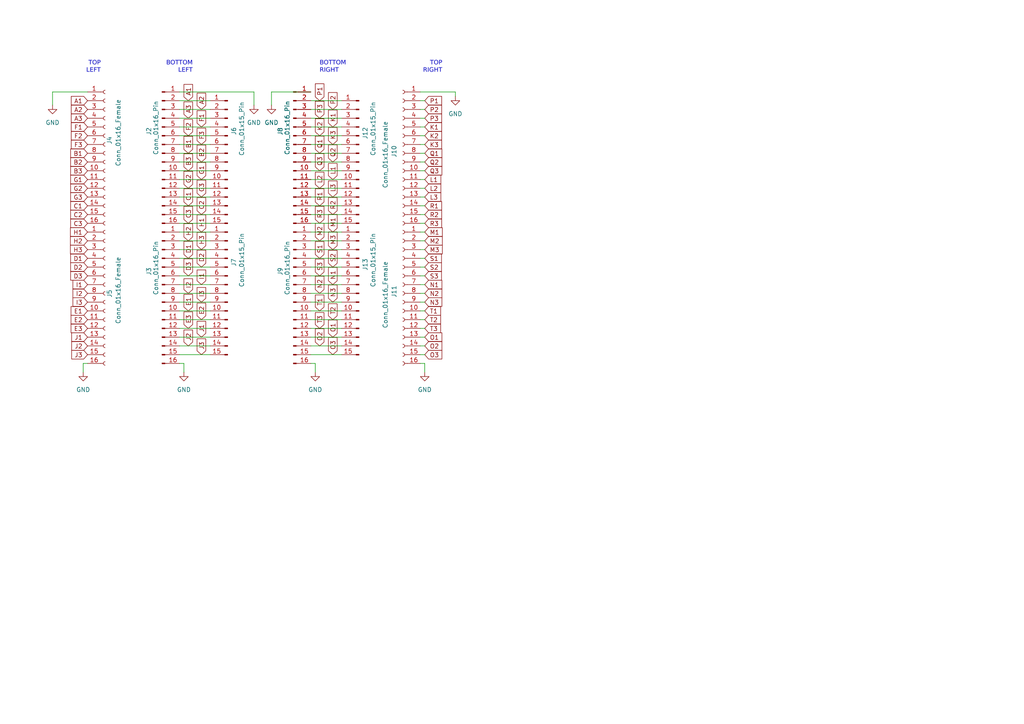
<source format=kicad_sch>
(kicad_sch (version 20231120) (generator "eeschema") (generator_version "8.0")
  (paper "A4")
  (lib_symbols
    (symbol "Connector:Conn_01x15_Pin" (pin_names (offset 1.016) hide)
      (property "Reference" "J" (at 0 20.32 0))
      (property "Value" "Conn_01x15_Pin" (at 0 -20.32 0))
      (symbol "Conn_01x15_Pin_1_1"
        (polyline (pts (xy 1.27 -17.78) (xy 0.8636 -17.78)) (stroke (width 0.1524)))
        (polyline (pts (xy 1.27 -15.24) (xy 0.8636 -15.24)) (stroke (width 0.1524)))
        (polyline (pts (xy 1.27 -12.7) (xy 0.8636 -12.7)) (stroke (width 0.1524)))
        (polyline (pts (xy 1.27 -10.16) (xy 0.8636 -10.16)) (stroke (width 0.1524)))
        (polyline (pts (xy 1.27 -7.62) (xy 0.8636 -7.62)) (stroke (width 0.1524)))
        (polyline (pts (xy 1.27 -5.08) (xy 0.8636 -5.08)) (stroke (width 0.1524)))
        (polyline (pts (xy 1.27 -2.54) (xy 0.8636 -2.54)) (stroke (width 0.1524)))
        (polyline (pts (xy 1.27 0) (xy 0.8636 0)) (stroke (width 0.1524)))
        (polyline (pts (xy 1.27 2.54) (xy 0.8636 2.54)) (stroke (width 0.1524)))
        (polyline (pts (xy 1.27 5.08) (xy 0.8636 5.08)) (stroke (width 0.1524)))
        (polyline (pts (xy 1.27 7.62) (xy 0.8636 7.62)) (stroke (width 0.1524)))
        (polyline (pts (xy 1.27 10.16) (xy 0.8636 10.16)) (stroke (width 0.1524)))
        (polyline (pts (xy 1.27 12.7) (xy 0.8636 12.7)) (stroke (width 0.1524)))
        (polyline (pts (xy 1.27 15.24) (xy 0.8636 15.24)) (stroke (width 0.1524)))
        (polyline (pts (xy 1.27 17.78) (xy 0.8636 17.78)) (stroke (width 0.1524)))
        (rectangle (start 0.8636 -17.653) (end 0 -17.907) (stroke (width 0.1524)) (fill (type outline)))
        (rectangle (start 0.8636 -15.113) (end 0 -15.367) (stroke (width 0.1524)) (fill (type outline)))
        (rectangle (start 0.8636 -12.573) (end 0 -12.827) (stroke (width 0.1524)) (fill (type outline)))
        (rectangle (start 0.8636 -10.033) (end 0 -10.287) (stroke (width 0.1524)) (fill (type outline)))
        (rectangle (start 0.8636 -7.493) (end 0 -7.747) (stroke (width 0.1524)) (fill (type outline)))
        (rectangle (start 0.8636 -4.953) (end 0 -5.207) (stroke (width 0.1524)) (fill (type outline)))
        (rectangle (start 0.8636 -2.413) (end 0 -2.667) (stroke (width 0.1524)) (fill (type outline)))
        (rectangle (start 0.8636 0.127) (end 0 -0.127) (stroke (width 0.1524)) (fill (type outline)))
        (rectangle (start 0.8636 2.667) (end 0 2.413) (stroke (width 0.1524)) (fill (type outline)))
        (rectangle (start 0.8636 5.207) (end 0 4.953) (stroke (width 0.1524)) (fill (type outline)))
        (rectangle (start 0.8636 7.747) (end 0 7.493) (stroke (width 0.1524)) (fill (type outline)))
        (rectangle (start 0.8636 10.287) (end 0 10.033) (stroke (width 0.1524)) (fill (type outline)))
        (rectangle (start 0.8636 12.827) (end 0 12.573) (stroke (width 0.1524)) (fill (type outline)))
        (rectangle (start 0.8636 15.367) (end 0 15.113) (stroke (width 0.1524)) (fill (type outline)))
        (rectangle (start 0.8636 17.907) (end 0 17.653) (stroke (width 0.1524)) (fill (type outline)))
        (pin passive line (at 5.08 17.78 180) (length 3.81) (name "Pin_1") (number "1"))
        (pin passive line (at 5.08 -5.08 180) (length 3.81) (name "Pin_10") (number "10"))
        (pin passive line (at 5.08 -7.62 180) (length 3.81) (name "Pin_11") (number "11"))
        (pin passive line (at 5.08 -10.16 180) (length 3.81) (name "Pin_12") (number "12"))
        (pin passive line (at 5.08 -12.7 180) (length 3.81) (name "Pin_13") (number "13"))
        (pin passive line (at 5.08 -15.24 180) (length 3.81) (name "Pin_14") (number "14"))
        (pin passive line (at 5.08 -17.78 180) (length 3.81) (name "Pin_15") (number "15"))
        (pin passive line (at 5.08 15.24 180) (length 3.81) (name "Pin_2") (number "2"))
        (pin passive line (at 5.08 12.7 180) (length 3.81) (name "Pin_3") (number "3"))
        (pin passive line (at 5.08 10.16 180) (length 3.81) (name "Pin_4") (number "4"))
        (pin passive line (at 5.08 7.62 180) (length 3.81) (name "Pin_5") (number "5"))
        (pin passive line (at 5.08 5.08 180) (length 3.81) (name "Pin_6") (number "6"))
        (pin passive line (at 5.08 2.54 180) (length 3.81) (name "Pin_7") (number "7"))
        (pin passive line (at 5.08 0 180) (length 3.81) (name "Pin_8") (number "8"))
        (pin passive line (at 5.08 -2.54 180) (length 3.81) (name "Pin_9") (number "9"))
      )
    )
    (symbol "Connector:Conn_01x16_Female" (pin_names (offset 1.016) hide)
      (property "Reference" "J" (at 0 20.32 0))
      (property "Value" "Conn_01x16_Female" (at 0 -22.86 0))
      (symbol "Conn_01x16_Female_1_1"
        (arc (start 0 -19.812) (mid -0.5058 -20.32) (end 0 -20.828) (stroke (width 0.1524)))
        (arc (start 0 -17.272) (mid -0.5058 -17.78) (end 0 -18.288) (stroke (width 0.1524)))
        (arc (start 0 -14.732) (mid -0.5058 -15.24) (end 0 -15.748) (stroke (width 0.1524)))
        (arc (start 0 -12.192) (mid -0.5058 -12.7) (end 0 -13.208) (stroke (width 0.1524)))
        (arc (start 0 -9.652) (mid -0.5058 -10.16) (end 0 -10.668) (stroke (width 0.1524)))
        (arc (start 0 -7.112) (mid -0.5058 -7.62) (end 0 -8.128) (stroke (width 0.1524)))
        (arc (start 0 -4.572) (mid -0.5058 -5.08) (end 0 -5.588) (stroke (width 0.1524)))
        (arc (start 0 -2.032) (mid -0.5058 -2.54) (end 0 -3.048) (stroke (width 0.1524)))
        (polyline (pts (xy -1.27 -20.32) (xy -0.508 -20.32)) (stroke (width 0.1524)))
        (polyline (pts (xy -1.27 -17.78) (xy -0.508 -17.78)) (stroke (width 0.1524)))
        (polyline (pts (xy -1.27 -15.24) (xy -0.508 -15.24)) (stroke (width 0.1524)))
        (polyline (pts (xy -1.27 -12.7) (xy -0.508 -12.7)) (stroke (width 0.1524)))
        (polyline (pts (xy -1.27 -10.16) (xy -0.508 -10.16)) (stroke (width 0.1524)))
        (polyline (pts (xy -1.27 -7.62) (xy -0.508 -7.62)) (stroke (width 0.1524)))
        (polyline (pts (xy -1.27 -5.08) (xy -0.508 -5.08)) (stroke (width 0.1524)))
        (polyline (pts (xy -1.27 -2.54) (xy -0.508 -2.54)) (stroke (width 0.1524)))
        (polyline (pts (xy -1.27 0) (xy -0.508 0)) (stroke (width 0.1524)))
        (polyline (pts (xy -1.27 2.54) (xy -0.508 2.54)) (stroke (width 0.1524)))
        (polyline (pts (xy -1.27 5.08) (xy -0.508 5.08)) (stroke (width 0.1524)))
        (polyline (pts (xy -1.27 7.62) (xy -0.508 7.62)) (stroke (width 0.1524)))
        (polyline (pts (xy -1.27 10.16) (xy -0.508 10.16)) (stroke (width 0.1524)))
        (polyline (pts (xy -1.27 12.7) (xy -0.508 12.7)) (stroke (width 0.1524)))
        (polyline (pts (xy -1.27 15.24) (xy -0.508 15.24)) (stroke (width 0.1524)))
        (polyline (pts (xy -1.27 17.78) (xy -0.508 17.78)) (stroke (width 0.1524)))
        (arc (start 0 0.508) (mid -0.5058 0) (end 0 -0.508) (stroke (width 0.1524)))
        (arc (start 0 3.048) (mid -0.5058 2.54) (end 0 2.032) (stroke (width 0.1524)))
        (arc (start 0 5.588) (mid -0.5058 5.08) (end 0 4.572) (stroke (width 0.1524)))
        (arc (start 0 8.128) (mid -0.5058 7.62) (end 0 7.112) (stroke (width 0.1524)))
        (arc (start 0 10.668) (mid -0.5058 10.16) (end 0 9.652) (stroke (width 0.1524)))
        (arc (start 0 13.208) (mid -0.5058 12.7) (end 0 12.192) (stroke (width 0.1524)))
        (arc (start 0 15.748) (mid -0.5058 15.24) (end 0 14.732) (stroke (width 0.1524)))
        (arc (start 0 18.288) (mid -0.5058 17.78) (end 0 17.272) (stroke (width 0.1524)))
        (pin passive line (at -5.08 17.78 0) (length 3.81) (name "Pin_1") (number "1"))
        (pin passive line (at -5.08 -5.08 0) (length 3.81) (name "Pin_10") (number "10"))
        (pin passive line (at -5.08 -7.62 0) (length 3.81) (name "Pin_11") (number "11"))
        (pin passive line (at -5.08 -10.16 0) (length 3.81) (name "Pin_12") (number "12"))
        (pin passive line (at -5.08 -12.7 0) (length 3.81) (name "Pin_13") (number "13"))
        (pin passive line (at -5.08 -15.24 0) (length 3.81) (name "Pin_14") (number "14"))
        (pin passive line (at -5.08 -17.78 0) (length 3.81) (name "Pin_15") (number "15"))
        (pin passive line (at -5.08 -20.32 0) (length 3.81) (name "Pin_16") (number "16"))
        (pin passive line (at -5.08 15.24 0) (length 3.81) (name "Pin_2") (number "2"))
        (pin passive line (at -5.08 12.7 0) (length 3.81) (name "Pin_3") (number "3"))
        (pin passive line (at -5.08 10.16 0) (length 3.81) (name "Pin_4") (number "4"))
        (pin passive line (at -5.08 7.62 0) (length 3.81) (name "Pin_5") (number "5"))
        (pin passive line (at -5.08 5.08 0) (length 3.81) (name "Pin_6") (number "6"))
        (pin passive line (at -5.08 2.54 0) (length 3.81) (name "Pin_7") (number "7"))
        (pin passive line (at -5.08 0 0) (length 3.81) (name "Pin_8") (number "8"))
        (pin passive line (at -5.08 -2.54 0) (length 3.81) (name "Pin_9") (number "9"))
      )
    )
    (symbol "Connector:Conn_01x16_Pin" (pin_names (offset 1.016) hide)
      (property "Reference" "J" (at 0 20.32 0))
      (property "Value" "Conn_01x16_Pin" (at 0 -22.86 0))
      (symbol "Conn_01x16_Pin_1_1"
        (polyline (pts (xy 1.27 -20.32) (xy 0.8636 -20.32)) (stroke (width 0.1524)))
        (polyline (pts (xy 1.27 -17.78) (xy 0.8636 -17.78)) (stroke (width 0.1524)))
        (polyline (pts (xy 1.27 -15.24) (xy 0.8636 -15.24)) (stroke (width 0.1524)))
        (polyline (pts (xy 1.27 -12.7) (xy 0.8636 -12.7)) (stroke (width 0.1524)))
        (polyline (pts (xy 1.27 -10.16) (xy 0.8636 -10.16)) (stroke (width 0.1524)))
        (polyline (pts (xy 1.27 -7.62) (xy 0.8636 -7.62)) (stroke (width 0.1524)))
        (polyline (pts (xy 1.27 -5.08) (xy 0.8636 -5.08)) (stroke (width 0.1524)))
        (polyline (pts (xy 1.27 -2.54) (xy 0.8636 -2.54)) (stroke (width 0.1524)))
        (polyline (pts (xy 1.27 0) (xy 0.8636 0)) (stroke (width 0.1524)))
        (polyline (pts (xy 1.27 2.54) (xy 0.8636 2.54)) (stroke (width 0.1524)))
        (polyline (pts (xy 1.27 5.08) (xy 0.8636 5.08)) (stroke (width 0.1524)))
        (polyline (pts (xy 1.27 7.62) (xy 0.8636 7.62)) (stroke (width 0.1524)))
        (polyline (pts (xy 1.27 10.16) (xy 0.8636 10.16)) (stroke (width 0.1524)))
        (polyline (pts (xy 1.27 12.7) (xy 0.8636 12.7)) (stroke (width 0.1524)))
        (polyline (pts (xy 1.27 15.24) (xy 0.8636 15.24)) (stroke (width 0.1524)))
        (polyline (pts (xy 1.27 17.78) (xy 0.8636 17.78)) (stroke (width 0.1524)))
        (rectangle (start 0.8636 -20.193) (end 0 -20.447) (stroke (width 0.1524)) (fill (type outline)))
        (rectangle (start 0.8636 -17.653) (end 0 -17.907) (stroke (width 0.1524)) (fill (type outline)))
        (rectangle (start 0.8636 -15.113) (end 0 -15.367) (stroke (width 0.1524)) (fill (type outline)))
        (rectangle (start 0.8636 -12.573) (end 0 -12.827) (stroke (width 0.1524)) (fill (type outline)))
        (rectangle (start 0.8636 -10.033) (end 0 -10.287) (stroke (width 0.1524)) (fill (type outline)))
        (rectangle (start 0.8636 -7.493) (end 0 -7.747) (stroke (width 0.1524)) (fill (type outline)))
        (rectangle (start 0.8636 -4.953) (end 0 -5.207) (stroke (width 0.1524)) (fill (type outline)))
        (rectangle (start 0.8636 -2.413) (end 0 -2.667) (stroke (width 0.1524)) (fill (type outline)))
        (rectangle (start 0.8636 0.127) (end 0 -0.127) (stroke (width 0.1524)) (fill (type outline)))
        (rectangle (start 0.8636 2.667) (end 0 2.413) (stroke (width 0.1524)) (fill (type outline)))
        (rectangle (start 0.8636 5.207) (end 0 4.953) (stroke (width 0.1524)) (fill (type outline)))
        (rectangle (start 0.8636 7.747) (end 0 7.493) (stroke (width 0.1524)) (fill (type outline)))
        (rectangle (start 0.8636 10.287) (end 0 10.033) (stroke (width 0.1524)) (fill (type outline)))
        (rectangle (start 0.8636 12.827) (end 0 12.573) (stroke (width 0.1524)) (fill (type outline)))
        (rectangle (start 0.8636 15.367) (end 0 15.113) (stroke (width 0.1524)) (fill (type outline)))
        (rectangle (start 0.8636 17.907) (end 0 17.653) (stroke (width 0.1524)) (fill (type outline)))
        (pin passive line (at 5.08 17.78 180) (length 3.81) (name "Pin_1") (number "1"))
        (pin passive line (at 5.08 -5.08 180) (length 3.81) (name "Pin_10") (number "10"))
        (pin passive line (at 5.08 -7.62 180) (length 3.81) (name "Pin_11") (number "11"))
        (pin passive line (at 5.08 -10.16 180) (length 3.81) (name "Pin_12") (number "12"))
        (pin passive line (at 5.08 -12.7 180) (length 3.81) (name "Pin_13") (number "13"))
        (pin passive line (at 5.08 -15.24 180) (length 3.81) (name "Pin_14") (number "14"))
        (pin passive line (at 5.08 -17.78 180) (length 3.81) (name "Pin_15") (number "15"))
        (pin passive line (at 5.08 -20.32 180) (length 3.81) (name "Pin_16") (number "16"))
        (pin passive line (at 5.08 15.24 180) (length 3.81) (name "Pin_2") (number "2"))
        (pin passive line (at 5.08 12.7 180) (length 3.81) (name "Pin_3") (number "3"))
        (pin passive line (at 5.08 10.16 180) (length 3.81) (name "Pin_4") (number "4"))
        (pin passive line (at 5.08 7.62 180) (length 3.81) (name "Pin_5") (number "5"))
        (pin passive line (at 5.08 5.08 180) (length 3.81) (name "Pin_6") (number "6"))
        (pin passive line (at 5.08 2.54 180) (length 3.81) (name "Pin_7") (number "7"))
        (pin passive line (at 5.08 0 180) (length 3.81) (name "Pin_8") (number "8"))
        (pin passive line (at 5.08 -2.54 180) (length 3.81) (name "Pin_9") (number "9"))
      )
    )
    (symbol "power:GND" (power) (pin_names (offset 0))
      (property "Value" "GND" (at 0 -3.81 0))
      (symbol "GND_0_1"
        (polyline (pts (xy 0 0) (xy 0 -1.27) (xy 1.27 -1.27) (xy 0 -2.54) (xy -1.27 -1.27) (xy 0 -1.27)))
      )
      (symbol "GND_1_1"
        (pin power_in line (at 0 0 270) (length 0) hide (name "GND") (number "1"))
      )
    )
  )
  (wire (pts (xy 132.08 26.67) (xy 132.08 27.94)))
  (wire (pts (xy 90.17 72.39) (xy 99.06 72.39)))
  (wire (pts (xy 90.17 49.53) (xy 99.06 49.53)))
  (wire (pts (xy 90.17 92.71) (xy 99.06 92.71)))
  (wire (pts (xy 90.17 59.69) (xy 99.06 59.69)))
  (wire (pts (xy 123.19 72.39) (xy 121.92 72.39)))
  (wire (pts (xy 25.4 26.67) (xy 15.24 26.67)))
  (wire (pts (xy 52.07 64.77) (xy 60.96 64.77)))
  (wire (pts (xy 52.07 54.61) (xy 60.96 54.61)))
  (wire (pts (xy 52.07 87.63) (xy 60.96 87.63)))
  (wire (pts (xy 90.17 64.77) (xy 99.06 64.77)))
  (wire (pts (xy 90.17 31.75) (xy 99.06 31.75)))
  (wire (pts (xy 52.07 92.71) (xy 60.96 92.71)))
  (wire (pts (xy 90.17 87.63) (xy 99.06 87.63)))
  (wire (pts (xy 123.19 92.71) (xy 121.92 92.71)))
  (wire (pts (xy 90.17 52.07) (xy 99.06 52.07)))
  (wire (pts (xy 52.07 34.29) (xy 60.96 34.29)))
  (wire (pts (xy 73.66 26.67) (xy 73.66 30.48)))
  (wire (pts (xy 90.17 41.91) (xy 99.06 41.91)))
  (wire (pts (xy 52.07 59.69) (xy 60.96 59.69)))
  (wire (pts (xy 78.74 26.67) (xy 90.17 26.67)))
  (wire (pts (xy 91.44 105.41) (xy 91.44 107.95)))
  (wire (pts (xy 52.07 85.09) (xy 60.96 85.09)))
  (wire (pts (xy 123.19 36.83) (xy 121.92 36.83)))
  (wire (pts (xy 123.19 67.31) (xy 121.92 67.31)))
  (wire (pts (xy 90.17 44.45) (xy 99.06 44.45)))
  (wire (pts (xy 24.13 105.41) (xy 24.13 107.95)))
  (wire (pts (xy 90.17 34.29) (xy 99.06 34.29)))
  (wire (pts (xy 123.19 31.75) (xy 121.92 31.75)))
  (wire (pts (xy 52.07 52.07) (xy 60.96 52.07)))
  (wire (pts (xy 90.17 67.31) (xy 99.06 67.31)))
  (wire (pts (xy 52.07 74.93) (xy 60.96 74.93)))
  (wire (pts (xy 90.17 62.23) (xy 99.06 62.23)))
  (wire (pts (xy 123.19 95.25) (xy 121.92 95.25)))
  (wire (pts (xy 90.17 80.01) (xy 99.06 80.01)))
  (wire (pts (xy 123.19 44.45) (xy 121.92 44.45)))
  (wire (pts (xy 90.17 82.55) (xy 99.06 82.55)))
  (wire (pts (xy 90.17 57.15) (xy 99.06 57.15)))
  (wire (pts (xy 90.17 85.09) (xy 99.06 85.09)))
  (wire (pts (xy 123.19 46.99) (xy 121.92 46.99)))
  (wire (pts (xy 90.17 74.93) (xy 99.06 74.93)))
  (wire (pts (xy 123.19 34.29) (xy 121.92 34.29)))
  (wire (pts (xy 121.92 26.67) (xy 132.08 26.67)))
  (wire (pts (xy 123.19 97.79) (xy 121.92 97.79)))
  (wire (pts (xy 90.17 36.83) (xy 99.06 36.83)))
  (wire (pts (xy 52.07 82.55) (xy 60.96 82.55)))
  (wire (pts (xy 123.19 29.21) (xy 121.92 29.21)))
  (wire (pts (xy 123.19 41.91) (xy 121.92 41.91)))
  (wire (pts (xy 52.07 72.39) (xy 60.96 72.39)))
  (wire (pts (xy 123.19 74.93) (xy 121.92 74.93)))
  (wire (pts (xy 123.19 105.41) (xy 123.19 107.95)))
  (wire (pts (xy 123.19 52.07) (xy 121.92 52.07)))
  (wire (pts (xy 15.24 26.67) (xy 15.24 30.48)))
  (wire (pts (xy 52.07 80.01) (xy 60.96 80.01)))
  (wire (pts (xy 90.17 39.37) (xy 99.06 39.37)))
  (wire (pts (xy 52.07 57.15) (xy 60.96 57.15)))
  (wire (pts (xy 90.17 105.41) (xy 91.44 105.41)))
  (wire (pts (xy 90.17 29.21) (xy 99.06 29.21)))
  (wire (pts (xy 123.19 62.23) (xy 121.92 62.23)))
  (wire (pts (xy 123.19 57.15) (xy 121.92 57.15)))
  (wire (pts (xy 90.17 90.17) (xy 99.06 90.17)))
  (wire (pts (xy 52.07 39.37) (xy 60.96 39.37)))
  (wire (pts (xy 123.19 64.77) (xy 121.92 64.77)))
  (wire (pts (xy 52.07 69.85) (xy 60.96 69.85)))
  (wire (pts (xy 123.19 85.09) (xy 121.92 85.09)))
  (wire (pts (xy 123.19 82.55) (xy 121.92 82.55)))
  (wire (pts (xy 123.19 87.63) (xy 121.92 87.63)))
  (wire (pts (xy 52.07 90.17) (xy 60.96 90.17)))
  (wire (pts (xy 52.07 29.21) (xy 60.96 29.21)))
  (wire (pts (xy 123.19 80.01) (xy 121.92 80.01)))
  (wire (pts (xy 52.07 46.99) (xy 60.96 46.99)))
  (wire (pts (xy 123.19 69.85) (xy 121.92 69.85)))
  (wire (pts (xy 52.07 97.79) (xy 60.96 97.79)))
  (wire (pts (xy 52.07 77.47) (xy 60.96 77.47)))
  (wire (pts (xy 90.17 95.25) (xy 99.06 95.25)))
  (wire (pts (xy 25.4 105.41) (xy 24.13 105.41)))
  (wire (pts (xy 52.07 44.45) (xy 60.96 44.45)))
  (wire (pts (xy 123.19 59.69) (xy 121.92 59.69)))
  (wire (pts (xy 52.07 100.33) (xy 60.96 100.33)))
  (wire (pts (xy 53.34 105.41) (xy 53.34 107.95)))
  (wire (pts (xy 90.17 100.33) (xy 99.06 100.33)))
  (wire (pts (xy 123.19 49.53) (xy 121.92 49.53)))
  (wire (pts (xy 90.17 102.87) (xy 99.06 102.87)))
  (wire (pts (xy 52.07 62.23) (xy 60.96 62.23)))
  (wire (pts (xy 123.19 77.47) (xy 121.92 77.47)))
  (wire (pts (xy 52.07 102.87) (xy 60.96 102.87)))
  (wire (pts (xy 90.17 77.47) (xy 99.06 77.47)))
  (wire (pts (xy 52.07 105.41) (xy 53.34 105.41)))
  (wire (pts (xy 123.19 100.33) (xy 121.92 100.33)))
  (wire (pts (xy 52.07 26.67) (xy 73.66 26.67)))
  (wire (pts (xy 90.17 69.85) (xy 99.06 69.85)))
  (wire (pts (xy 123.19 54.61) (xy 121.92 54.61)))
  (wire (pts (xy 52.07 49.53) (xy 60.96 49.53)))
  (wire (pts (xy 121.92 105.41) (xy 123.19 105.41)))
  (wire (pts (xy 90.17 97.79) (xy 99.06 97.79)))
  (wire (pts (xy 52.07 36.83) (xy 60.96 36.83)))
  (wire (pts (xy 52.07 41.91) (xy 60.96 41.91)))
  (wire (pts (xy 52.07 95.25) (xy 60.96 95.25)))
  (wire (pts (xy 123.19 90.17) (xy 121.92 90.17)))
  (wire (pts (xy 78.74 30.48) (xy 78.74 26.67)))
  (wire (pts (xy 90.17 54.61) (xy 99.06 54.61)))
  (wire (pts (xy 90.17 46.99) (xy 99.06 46.99)))
  (wire (pts (xy 52.07 67.31) (xy 60.96 67.31)))
  (wire (pts (xy 52.07 31.75) (xy 60.96 31.75)))
  (wire (pts (xy 123.19 102.87) (xy 121.92 102.87)))
  (wire (pts (xy 123.19 39.37) (xy 121.92 39.37)))
  (text "TOP\nRIGHT" (at 128.27 21.59 0) (effects (font (size 1.27 1.27)) (justify right bottom)))
  (text "BOTTOM\nLEFT" (at 55.88 21.59 0) (effects (font (size 1.27 1.27)) (justify right bottom)))
  (text "TOP\nLEFT" (at 29.21 21.59 0) (effects (font (size 1.27 1.27)) (justify right bottom)))
  (text "BOTTOM\nRIGHT" (at 92.71 21.59 0) (effects (font (size 1.27 1.27)) (justify left bottom)))
  (global_label "C1" (shape input) (at 25.4 59.69 180) (property "Intersheetrefs" "${INTERSHEET_REFS}" (effects (hide yes))))
  (global_label "M3" (shape input) (at 96.52 72.39 90) (property "Intersheetrefs" "${INTERSHEET_REFS}" (effects (hide yes))))
  (global_label "A2" (shape input) (at 25.4 31.75 180) (property "Intersheetrefs" "${INTERSHEET_REFS}" (effects (hide yes))))
  (global_label "B3" (shape input) (at 54.61 49.53 90) (property "Intersheetrefs" "${INTERSHEET_REFS}" (effects (hide yes))))
  (global_label "F3" (shape input) (at 58.42 41.91 90) (property "Intersheetrefs" "${INTERSHEET_REFS}" (effects (hide yes))))
  (global_label "B2" (shape input) (at 58.42 46.99 90) (property "Intersheetrefs" "${INTERSHEET_REFS}" (effects (hide yes))))
  (global_label "C1" (shape input) (at 54.61 59.69 90) (property "Intersheetrefs" "${INTERSHEET_REFS}" (effects (hide yes))))
  (global_label "E2" (shape input) (at 25.4 92.71 180) (property "Intersheetrefs" "${INTERSHEET_REFS}" (effects (hide yes))))
  (global_label "J3" (shape input) (at 25.4 102.87 180) (property "Intersheetrefs" "${INTERSHEET_REFS}" (effects (hide yes))))
  (global_label "S2" (shape input) (at 123.19 77.47 0) (property "Intersheetrefs" "${INTERSHEET_REFS}" (effects (hide yes))))
  (global_label "O3" (shape input) (at 123.19 102.87 0) (property "Intersheetrefs" "${INTERSHEET_REFS}" (effects (hide yes))))
  (global_label "M2" (shape input) (at 123.19 69.85 0) (property "Intersheetrefs" "${INTERSHEET_REFS}" (effects (hide yes))))
  (global_label "E3" (shape input) (at 54.61 95.25 90) (property "Intersheetrefs" "${INTERSHEET_REFS}" (effects (hide yes))))
  (global_label "E3" (shape input) (at 25.4 95.25 180) (property "Intersheetrefs" "${INTERSHEET_REFS}" (effects (hide yes))))
  (global_label "M3" (shape input) (at 123.19 72.39 0) (property "Intersheetrefs" "${INTERSHEET_REFS}" (effects (hide yes))))
  (global_label "E1" (shape input) (at 54.61 90.17 90) (property "Intersheetrefs" "${INTERSHEET_REFS}" (effects (hide yes))))
  (global_label "N1" (shape input) (at 123.19 82.55 0) (property "Intersheetrefs" "${INTERSHEET_REFS}" (effects (hide yes))))
  (global_label "B2" (shape input) (at 25.4 46.99 180) (property "Intersheetrefs" "${INTERSHEET_REFS}" (effects (hide yes))))
  (global_label "P3" (shape input) (at 123.19 34.29 0) (property "Intersheetrefs" "${INTERSHEET_REFS}" (effects (hide yes))))
  (global_label "T3" (shape input) (at 123.19 95.25 0) (property "Intersheetrefs" "${INTERSHEET_REFS}" (effects (hide yes))))
  (global_label "Q1" (shape input) (at 123.19 44.45 0) (property "Intersheetrefs" "${INTERSHEET_REFS}" (effects (hide yes))))
  (global_label "P3" (shape input) (at 92.71 34.29 90) (property "Intersheetrefs" "${INTERSHEET_REFS}" (effects (hide yes))))
  (global_label "E1" (shape input) (at 25.4 90.17 180) (property "Intersheetrefs" "${INTERSHEET_REFS}" (effects (hide yes))))
  (global_label "F1" (shape input) (at 25.4 36.83 180) (property "Intersheetrefs" "${INTERSHEET_REFS}" (effects (hide yes))))
  (global_label "H2" (shape input) (at 25.4 69.85 180) (property "Intersheetrefs" "${INTERSHEET_REFS}" (effects (hide yes))))
  (global_label "I2" (shape input) (at 54.61 85.09 90) (property "Intersheetrefs" "${INTERSHEET_REFS}" (effects (hide yes))))
  (global_label "B1" (shape input) (at 25.4 44.45 180) (property "Intersheetrefs" "${INTERSHEET_REFS}" (effects (hide yes))))
  (global_label "L3" (shape input) (at 123.19 57.15 0) (property "Intersheetrefs" "${INTERSHEET_REFS}" (effects (hide yes))))
  (global_label "O2" (shape input) (at 92.71 100.33 90) (property "Intersheetrefs" "${INTERSHEET_REFS}" (effects (hide yes))))
  (global_label "Q2" (shape input) (at 96.52 46.99 90) (property "Intersheetrefs" "${INTERSHEET_REFS}" (effects (hide yes))))
  (global_label "J1" (shape input) (at 25.4 97.79 180) (property "Intersheetrefs" "${INTERSHEET_REFS}" (effects (hide yes))))
  (global_label "P2" (shape input) (at 96.52 31.75 90) (property "Intersheetrefs" "${INTERSHEET_REFS}" (effects (hide yes))))
  (global_label "A1" (shape input) (at 54.61 29.21 90) (property "Intersheetrefs" "${INTERSHEET_REFS}" (effects (hide yes))))
  (global_label "K1" (shape input) (at 96.52 36.83 90) (property "Intersheetrefs" "${INTERSHEET_REFS}" (effects (hide yes))))
  (global_label "J2" (shape input) (at 25.4 100.33 180) (property "Intersheetrefs" "${INTERSHEET_REFS}" (effects (hide yes))))
  (global_label "I1" (shape input) (at 25.4 82.55 180) (property "Intersheetrefs" "${INTERSHEET_REFS}" (effects (hide yes))))
  (global_label "M2" (shape input) (at 92.71 69.85 90) (property "Intersheetrefs" "${INTERSHEET_REFS}" (effects (hide yes))))
  (global_label "F2" (shape input) (at 25.4 39.37 180) (property "Intersheetrefs" "${INTERSHEET_REFS}" (effects (hide yes))))
  (global_label "O3" (shape input) (at 96.52 102.87 90) (property "Intersheetrefs" "${INTERSHEET_REFS}" (effects (hide yes))))
  (global_label "K3" (shape input) (at 96.52 41.91 90) (property "Intersheetrefs" "${INTERSHEET_REFS}" (effects (hide yes))))
  (global_label "D2" (shape input) (at 58.42 77.47 90) (property "Intersheetrefs" "${INTERSHEET_REFS}" (effects (hide yes))))
  (global_label "S3" (shape input) (at 92.71 80.01 90) (property "Intersheetrefs" "${INTERSHEET_REFS}" (effects (hide yes))))
  (global_label "N3" (shape input) (at 123.19 87.63 0) (property "Intersheetrefs" "${INTERSHEET_REFS}" (effects (hide yes))))
  (global_label "G1" (shape input) (at 58.42 52.07 90) (property "Intersheetrefs" "${INTERSHEET_REFS}" (effects (hide yes))))
  (global_label "B1" (shape input) (at 54.61 44.45 90) (property "Intersheetrefs" "${INTERSHEET_REFS}" (effects (hide yes))))
  (global_label "O1" (shape input) (at 96.52 97.79 90) (property "Intersheetrefs" "${INTERSHEET_REFS}" (effects (hide yes))))
  (global_label "K2" (shape input) (at 123.19 39.37 0) (property "Intersheetrefs" "${INTERSHEET_REFS}" (effects (hide yes))))
  (global_label "R3" (shape input) (at 123.19 64.77 0) (property "Intersheetrefs" "${INTERSHEET_REFS}" (effects (hide yes))))
  (global_label "L1" (shape input) (at 96.52 52.07 90) (property "Intersheetrefs" "${INTERSHEET_REFS}" (effects (hide yes))))
  (global_label "G3" (shape input) (at 25.4 57.15 180) (property "Intersheetrefs" "${INTERSHEET_REFS}" (effects (hide yes))))
  (global_label "A3" (shape input) (at 25.4 34.29 180) (property "Intersheetrefs" "${INTERSHEET_REFS}" (effects (hide yes))))
  (global_label "H3" (shape input) (at 25.4 72.39 180) (property "Intersheetrefs" "${INTERSHEET_REFS}" (effects (hide yes))))
  (global_label "T1" (shape input) (at 92.71 90.17 90) (property "Intersheetrefs" "${INTERSHEET_REFS}" (effects (hide yes))))
  (global_label "O2" (shape input) (at 123.19 100.33 0) (property "Intersheetrefs" "${INTERSHEET_REFS}" (effects (hide yes))))
  (global_label "C2" (shape input) (at 58.42 62.23 90) (property "Intersheetrefs" "${INTERSHEET_REFS}" (effects (hide yes))))
  (global_label "G2" (shape input) (at 25.4 54.61 180) (property "Intersheetrefs" "${INTERSHEET_REFS}" (effects (hide yes))))
  (global_label "N2" (shape input) (at 123.19 85.09 0) (property "Intersheetrefs" "${INTERSHEET_REFS}" (effects (hide yes))))
  (global_label "E2" (shape input) (at 58.42 92.71 90) (property "Intersheetrefs" "${INTERSHEET_REFS}" (effects (hide yes))))
  (global_label "N2" (shape input) (at 92.71 85.09 90) (property "Intersheetrefs" "${INTERSHEET_REFS}" (effects (hide yes))))
  (global_label "G3" (shape input) (at 58.42 57.15 90) (property "Intersheetrefs" "${INTERSHEET_REFS}" (effects (hide yes))))
  (global_label "I3" (shape input) (at 58.42 87.63 90) (property "Intersheetrefs" "${INTERSHEET_REFS}" (effects (hide yes))))
  (global_label "C3" (shape input) (at 25.4 64.77 180) (property "Intersheetrefs" "${INTERSHEET_REFS}" (effects (hide yes))))
  (global_label "P1" (shape input) (at 123.19 29.21 0) (property "Intersheetrefs" "${INTERSHEET_REFS}" (effects (hide yes))))
  (global_label "H3" (shape input) (at 58.42 72.39 90) (property "Intersheetrefs" "${INTERSHEET_REFS}" (effects (hide yes))))
  (global_label "H2" (shape input) (at 54.61 69.85 90) (property "Intersheetrefs" "${INTERSHEET_REFS}" (effects (hide yes))))
  (global_label "Q2" (shape input) (at 123.19 46.99 0) (property "Intersheetrefs" "${INTERSHEET_REFS}" (effects (hide yes))))
  (global_label "O1" (shape input) (at 123.19 97.79 0) (property "Intersheetrefs" "${INTERSHEET_REFS}" (effects (hide yes))))
  (global_label "K2" (shape input) (at 92.71 39.37 90) (property "Intersheetrefs" "${INTERSHEET_REFS}" (effects (hide yes))))
  (global_label "C3" (shape input) (at 54.61 64.77 90) (property "Intersheetrefs" "${INTERSHEET_REFS}" (effects (hide yes))))
  (global_label "C2" (shape input) (at 25.4 62.23 180) (property "Intersheetrefs" "${INTERSHEET_REFS}" (effects (hide yes))))
  (global_label "K1" (shape input) (at 123.19 36.83 0) (property "Intersheetrefs" "${INTERSHEET_REFS}" (effects (hide yes))))
  (global_label "T1" (shape input) (at 123.19 90.17 0) (property "Intersheetrefs" "${INTERSHEET_REFS}" (effects (hide yes))))
  (global_label "D3" (shape input) (at 54.61 80.01 90) (property "Intersheetrefs" "${INTERSHEET_REFS}" (effects (hide yes))))
  (global_label "I3" (shape input) (at 25.4 87.63 180) (property "Intersheetrefs" "${INTERSHEET_REFS}" (effects (hide yes))))
  (global_label "N1" (shape input) (at 96.52 82.55 90) (property "Intersheetrefs" "${INTERSHEET_REFS}" (effects (hide yes))))
  (global_label "T2" (shape input) (at 123.19 92.71 0) (property "Intersheetrefs" "${INTERSHEET_REFS}" (effects (hide yes))))
  (global_label "A2" (shape input) (at 58.42 31.75 90) (property "Intersheetrefs" "${INTERSHEET_REFS}" (effects (hide yes))))
  (global_label "A1" (shape input) (at 25.4 29.21 180) (property "Intersheetrefs" "${INTERSHEET_REFS}" (effects (hide yes))))
  (global_label "S3" (shape input) (at 123.19 80.01 0) (property "Intersheetrefs" "${INTERSHEET_REFS}" (effects (hide yes))))
  (global_label "L3" (shape input) (at 96.52 57.15 90) (property "Intersheetrefs" "${INTERSHEET_REFS}" (effects (hide yes))))
  (global_label "Q1" (shape input) (at 92.71 44.45 90) (property "Intersheetrefs" "${INTERSHEET_REFS}" (effects (hide yes))))
  (global_label "T2" (shape input) (at 96.52 92.71 90) (property "Intersheetrefs" "${INTERSHEET_REFS}" (effects (hide yes))))
  (global_label "D2" (shape input) (at 25.4 77.47 180) (property "Intersheetrefs" "${INTERSHEET_REFS}" (effects (hide yes))))
  (global_label "F1" (shape input) (at 58.42 36.83 90) (property "Intersheetrefs" "${INTERSHEET_REFS}" (effects (hide yes))))
  (global_label "D1" (shape input) (at 54.61 74.93 90) (property "Intersheetrefs" "${INTERSHEET_REFS}" (effects (hide yes))))
  (global_label "S1" (shape input) (at 92.71 74.93 90) (property "Intersheetrefs" "${INTERSHEET_REFS}" (effects (hide yes))))
  (global_label "L2" (shape input) (at 92.71 54.61 90) (property "Intersheetrefs" "${INTERSHEET_REFS}" (effects (hide yes))))
  (global_label "D3" (shape input) (at 25.4 80.01 180) (property "Intersheetrefs" "${INTERSHEET_REFS}" (effects (hide yes))))
  (global_label "P1" (shape input) (at 92.71 29.21 90) (property "Intersheetrefs" "${INTERSHEET_REFS}" (effects (hide yes))))
  (global_label "A3" (shape input) (at 54.61 34.29 90) (property "Intersheetrefs" "${INTERSHEET_REFS}" (effects (hide yes))))
  (global_label "G1" (shape input) (at 25.4 52.07 180) (property "Intersheetrefs" "${INTERSHEET_REFS}" (effects (hide yes))))
  (global_label "L2" (shape input) (at 123.19 54.61 0) (property "Intersheetrefs" "${INTERSHEET_REFS}" (effects (hide yes))))
  (global_label "J2" (shape input) (at 54.61 100.33 90) (property "Intersheetrefs" "${INTERSHEET_REFS}" (effects (hide yes))))
  (global_label "H1" (shape input) (at 25.4 67.31 180) (property "Intersheetrefs" "${INTERSHEET_REFS}" (effects (hide yes))))
  (global_label "R3" (shape input) (at 92.71 64.77 90) (property "Intersheetrefs" "${INTERSHEET_REFS}" (effects (hide yes))))
  (global_label "T3" (shape input) (at 92.71 95.25 90) (property "Intersheetrefs" "${INTERSHEET_REFS}" (effects (hide yes))))
  (global_label "S2" (shape input) (at 96.52 77.47 90) (property "Intersheetrefs" "${INTERSHEET_REFS}" (effects (hide yes))))
  (global_label "Q3" (shape input) (at 92.71 49.53 90) (property "Intersheetrefs" "${INTERSHEET_REFS}" (effects (hide yes))))
  (global_label "R2" (shape input) (at 123.19 62.23 0) (property "Intersheetrefs" "${INTERSHEET_REFS}" (effects (hide yes))))
  (global_label "D1" (shape input) (at 25.4 74.93 180) (property "Intersheetrefs" "${INTERSHEET_REFS}" (effects (hide yes))))
  (global_label "G2" (shape input) (at 54.61 54.61 90) (property "Intersheetrefs" "${INTERSHEET_REFS}" (effects (hide yes))))
  (global_label "J3" (shape input) (at 58.42 102.87 90) (property "Intersheetrefs" "${INTERSHEET_REFS}" (effects (hide yes))))
  (global_label "N3" (shape input) (at 96.52 87.63 90) (property "Intersheetrefs" "${INTERSHEET_REFS}" (effects (hide yes))))
  (global_label "R2" (shape input) (at 96.52 62.23 90) (property "Intersheetrefs" "${INTERSHEET_REFS}" (effects (hide yes))))
  (global_label "K3" (shape input) (at 123.19 41.91 0) (property "Intersheetrefs" "${INTERSHEET_REFS}" (effects (hide yes))))
  (global_label "I2" (shape input) (at 25.4 85.09 180) (property "Intersheetrefs" "${INTERSHEET_REFS}" (effects (hide yes))))
  (global_label "H1" (shape input) (at 58.42 67.31 90) (property "Intersheetrefs" "${INTERSHEET_REFS}" (effects (hide yes))))
  (global_label "M1" (shape input) (at 123.19 67.31 0) (property "Intersheetrefs" "${INTERSHEET_REFS}" (effects (hide yes))))
  (global_label "L1" (shape input) (at 123.19 52.07 0) (property "Intersheetrefs" "${INTERSHEET_REFS}" (effects (hide yes))))
  (global_label "B3" (shape input) (at 25.4 49.53 180) (property "Intersheetrefs" "${INTERSHEET_REFS}" (effects (hide yes))))
  (global_label "Q3" (shape input) (at 123.19 49.53 0) (property "Intersheetrefs" "${INTERSHEET_REFS}" (effects (hide yes))))
  (global_label "F2" (shape input) (at 54.61 39.37 90) (property "Intersheetrefs" "${INTERSHEET_REFS}" (effects (hide yes))))
  (global_label "R1" (shape input) (at 123.19 59.69 0) (property "Intersheetrefs" "${INTERSHEET_REFS}" (effects (hide yes))))
  (global_label "F3" (shape input) (at 25.4 41.91 180) (property "Intersheetrefs" "${INTERSHEET_REFS}" (effects (hide yes))))
  (global_label "P2" (shape input) (at 123.19 31.75 0) (property "Intersheetrefs" "${INTERSHEET_REFS}" (effects (hide yes))))
  (global_label "R1" (shape input) (at 92.71 59.69 90) (property "Intersheetrefs" "${INTERSHEET_REFS}" (effects (hide yes))))
  (global_label "M1" (shape input) (at 96.52 67.31 90) (property "Intersheetrefs" "${INTERSHEET_REFS}" (effects (hide yes))))
  (global_label "S1" (shape input) (at 123.19 74.93 0) (property "Intersheetrefs" "${INTERSHEET_REFS}" (effects (hide yes))))
  (global_label "I1" (shape input) (at 58.42 82.55 90) (property "Intersheetrefs" "${INTERSHEET_REFS}" (effects (hide yes))))
  (global_label "J1" (shape input) (at 58.42 97.79 90) (property "Intersheetrefs" "${INTERSHEET_REFS}" (effects (hide yes))))
  (symbol (lib_id "Connector:Conn_01x16_Pin") (at 46.99 44.45 0) (unit 1)
    (property "Reference" "J2" (at 43.18 38.1 90))
    (property "Value" "Conn_01x16_Pin" (at 45.212 37.084 90))
    (property "Footprint" "Connector_PinSocket_2.54mm:PinSocket_1x16_P2.54mm_Vertical" (effects (hide yes)))
    (property "Description" "Generic connector, single row, 01x16, script generated" (effects (hide yes)))
  )
  (symbol (lib_id "Connector:Conn_01x16_Female") (at 116.84 44.45 0) (mirror y) (unit 1)
    (property "Reference" "J10" (at 114.3 45.72 90) (effects (justify left)))
    (property "Value" "Conn_01x16_Female" (at 111.76 54.61 90) (effects (justify left)))
    (property "Footprint" "Connector_PinHeader_2.54mm:PinHeader_1x16_P2.54mm_Vertical" (effects (hide yes)))
  )
  (symbol (lib_id "Connector:Conn_01x16_Pin") (at 85.09 85.09 0) (unit 1)
    (property "Reference" "J9" (at 81.28 78.74 90))
    (property "Value" "Conn_01x16_Pin" (at 83.312 77.724 90))
    (property "Footprint" "Connector_PinSocket_2.54mm:PinSocket_1x16_P2.54mm_Vertical" (effects (hide yes)))
    (property "Description" "Generic connector, single row, 01x16, script generated" (effects (hide yes)))
  )
  (symbol (lib_id "Connector:Conn_01x15_Pin") (at 66.04 85.09 0) (mirror y) (unit 1)
    (property "Reference" "J7" (at 67.818 74.93 90) (effects (justify right)))
    (property "Value" "Conn_01x15_Pin" (at 70.104 67.564 90) (effects (justify right)))
    (property "Footprint" "Connector_PinSocket_2.54mm:PinSocket_1x15_P2.54mm_Vertical" (effects (hide yes)))
    (property "Description" "Generic connector, single row, 01x15, script generated" (effects (hide yes)))
  )
  (symbol (lib_id "power:GND") (at 24.13 107.95 0) (unit 1)
    (property "Reference" "#PWR07" (effects (hide yes)))
    (property "Value" "GND" (at 24.13 113.03 0))
  )
  (symbol (lib_id "Connector:Conn_01x16_Pin") (at 85.09 44.45 0) (unit 1)
    (property "Reference" "J8" (at 81.28 38.1 90))
    (property "Value" "Conn_01x16_Pin" (at 83.312 37.084 90))
    (property "Footprint" "Connector_PinSocket_2.54mm:PinSocket_1x16_P2.54mm_Vertical" (effects (hide yes)))
    (property "Description" "Generic connector, single row, 01x16, script generated" (effects (hide yes)))
  )
  (symbol (lib_id "power:GND") (at 78.74 30.48 0) (unit 1)
    (property "Reference" "#PWR012" (effects (hide yes)))
    (property "Value" "GND" (at 78.74 35.56 0))
  )
  (symbol (lib_id "power:GND") (at 91.44 107.95 0) (unit 1)
    (property "Reference" "#PWR09" (effects (hide yes)))
    (property "Value" "GND" (at 91.44 113.03 0))
  )
  (symbol (lib_id "power:GND") (at 73.66 30.48 0) (unit 1)
    (property "Reference" "#PWR06" (effects (hide yes)))
    (property "Value" "GND" (at 73.66 35.56 0))
  )
  (symbol (lib_id "Connector:Conn_01x16_Female") (at 30.48 44.45 0) (unit 1)
    (property "Reference" "J4" (at 31.75 41.91 90) (effects (justify left)))
    (property "Value" "Conn_01x16_Female" (at 34.29 48.26 90) (effects (justify left)))
    (property "Footprint" "Connector_PinHeader_2.54mm:PinHeader_1x16_P2.54mm_Vertical" (effects (hide yes)))
  )
  (symbol (lib_id "Connector:Conn_01x15_Pin") (at 104.14 46.99 0) (mirror y) (unit 1)
    (property "Reference" "J12" (at 105.918 36.83 90) (effects (justify right)))
    (property "Value" "Conn_01x15_Pin" (at 108.204 29.464 90) (effects (justify right)))
    (property "Footprint" "Connector_PinSocket_2.54mm:PinSocket_1x15_P2.54mm_Vertical" (effects (hide yes)))
    (property "Description" "Generic connector, single row, 01x15, script generated" (effects (hide yes)))
  )
  (symbol (lib_id "Connector:Conn_01x15_Pin") (at 104.14 85.09 0) (mirror y) (unit 1)
    (property "Reference" "J13" (at 105.918 74.93 90) (effects (justify right)))
    (property "Value" "Conn_01x15_Pin" (at 108.204 67.564 90) (effects (justify right)))
    (property "Footprint" "Connector_PinSocket_2.54mm:PinSocket_1x15_P2.54mm_Vertical" (effects (hide yes)))
    (property "Description" "Generic connector, single row, 01x15, script generated" (effects (hide yes)))
  )
  (symbol (lib_id "Connector:Conn_01x16_Female") (at 30.48 85.09 0) (unit 1)
    (property "Reference" "J5" (at 31.75 86.36 90) (effects (justify left)))
    (property "Value" "Conn_01x16_Female" (at 34.29 93.98 90) (effects (justify left)))
    (property "Footprint" "Connector_PinHeader_2.54mm:PinHeader_1x16_P2.54mm_Vertical" (effects (hide yes)))
  )
  (symbol (lib_id "Connector:Conn_01x16_Pin") (at 46.99 85.09 0) (unit 1)
    (property "Reference" "J3" (at 43.18 78.74 90))
    (property "Value" "Conn_01x16_Pin" (at 45.212 77.724 90))
    (property "Footprint" "Connector_PinSocket_2.54mm:PinSocket_1x16_P2.54mm_Vertical" (effects (hide yes)))
    (property "Description" "Generic connector, single row, 01x16, script generated" (effects (hide yes)))
  )
  (symbol (lib_id "power:GND") (at 132.08 27.94 0) (mirror y) (unit 1)
    (property "Reference" "#PWR011" (effects (hide yes)))
    (property "Value" "GND" (at 132.08 33.02 0))
  )
  (symbol (lib_id "power:GND") (at 53.34 107.95 0) (unit 1)
    (property "Reference" "#PWR08" (effects (hide yes)))
    (property "Value" "GND" (at 53.34 113.03 0))
  )
  (symbol (lib_id "power:GND") (at 15.24 30.48 0) (unit 1)
    (property "Reference" "#PWR05" (effects (hide yes)))
    (property "Value" "GND" (at 15.24 35.56 0))
  )
  (symbol (lib_id "Connector:Conn_01x16_Female") (at 116.84 85.09 0) (mirror y) (unit 1)
    (property "Reference" "J11" (at 114.3 86.36 90) (effects (justify left)))
    (property "Value" "Conn_01x16_Female" (at 111.76 95.25 90) (effects (justify left)))
    (property "Footprint" "Connector_PinHeader_2.54mm:PinHeader_1x16_P2.54mm_Vertical" (effects (hide yes)))
  )
  (symbol (lib_id "power:GND") (at 123.19 107.95 0) (mirror y) (unit 1)
    (property "Reference" "#PWR010" (effects (hide yes)))
    (property "Value" "GND" (at 123.19 113.03 0))
  )
  (symbol (lib_id "Connector:Conn_01x15_Pin") (at 66.04 46.99 0) (mirror y) (unit 1)
    (property "Reference" "J6" (at 67.818 36.83 90) (effects (justify right)))
    (property "Value" "Conn_01x15_Pin" (at 70.104 29.464 90) (effects (justify right)))
    (property "Footprint" "Connector_PinSocket_2.54mm:PinSocket_1x15_P2.54mm_Vertical" (effects (hide yes)))
    (property "Description" "Generic connector, single row, 01x15, script generated" (effects (hide yes)))
  )
)
</source>
